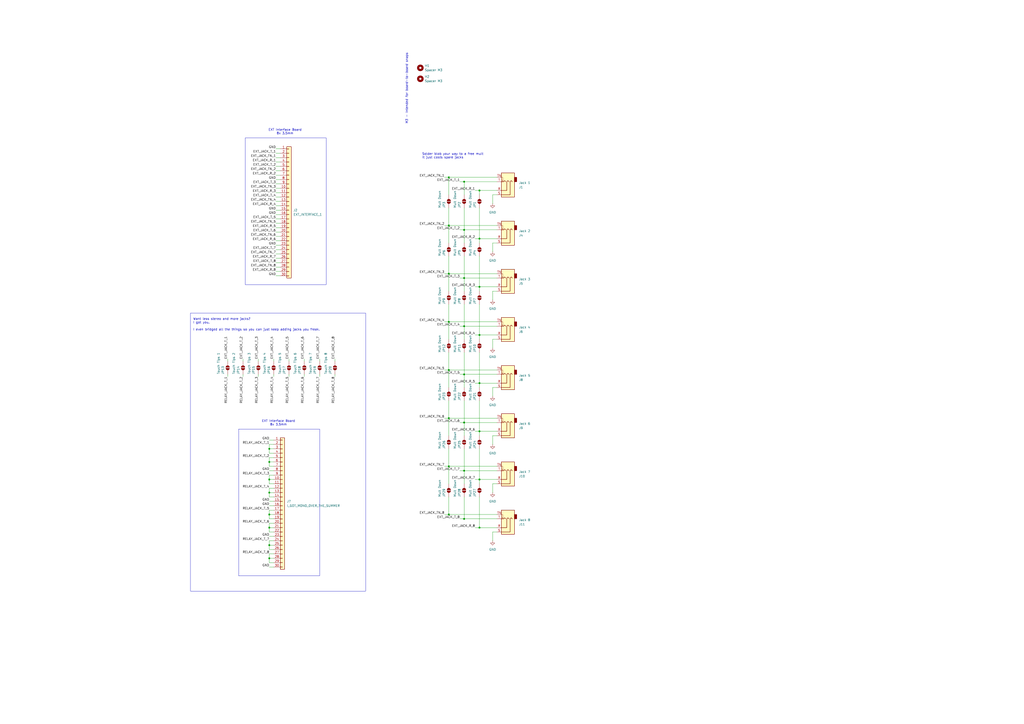
<source format=kicad_sch>
(kicad_sch (version 20231120) (generator "eeschema") (generator_version "8.0")
  (paper "A2")
  (title_block (title "Occasional Table") (rev "1.0") (company "velvia-fifty") (comment 1 "https://github.com/velvia-fifty/AudioThings") (comment 2 "What is it the rest of the time?") (comment 4 "Stay humble"))
  (lib_symbols
    (symbol "Connector_Audio:AudioJack3_SwitchT"
      (property "Reference" "J" (at 0 8.89 0))
      (property "Value" "AudioJack3_SwitchT" (at 0 6.35 0))
      (symbol "AudioJack3_SwitchT_0_1"
        (rectangle (start -5.08 -5.08) (end -6.35 -7.62) (stroke (width 0.254)) (fill (type outline)))
        (polyline (pts (xy 1.778 -5.334) (xy 2.032 -5.842)))
        (polyline (pts (xy 0 -5.08) (xy 0.635 -5.715) (xy 1.27 -5.08) (xy 2.54 -5.08)) (stroke (width 0.254)))
        (polyline (pts (xy 2.54 -7.62) (xy 1.778 -7.62) (xy 1.778 -5.334) (xy 1.524 -5.842)))
        (polyline (pts (xy -1.905 -5.08) (xy -1.27 -5.715) (xy -0.635 -5.08) (xy -0.635 0) (xy 2.54 0)) (stroke (width 0.254)))
        (polyline (pts (xy 2.54 2.54) (xy -2.54 2.54) (xy -2.54 -5.08) (xy -3.175 -5.715) (xy -3.81 -5.08)) (stroke (width 0.254)))
        (rectangle (start 2.54 3.81) (end -5.08 -10.16) (stroke (width 0.254)) (fill (type background)))
      )
      (symbol "AudioJack3_SwitchT_1_1"
        (pin passive line (at 5.08 0 180) (length 2.54) (name "~") (number "R"))
        (pin passive line (at 5.08 2.54 180) (length 2.54) (name "~") (number "S"))
        (pin passive line (at 5.08 -5.08 180) (length 2.54) (name "~") (number "T"))
        (pin passive line (at 5.08 -7.62 180) (length 2.54) (name "~") (number "TN"))
      )
    )
    (symbol "Connector_Generic:Conn_01x30" (pin_names (offset 1.016) hide)
      (property "Reference" "J" (at 0 38.1 0))
      (property "Value" "Conn_01x30" (at 0 -40.64 0))
      (symbol "Conn_01x30_1_1"
        (rectangle (start -1.27 -37.973) (end 0 -38.227) (stroke (width 0.1524)))
        (rectangle (start -1.27 -35.433) (end 0 -35.687) (stroke (width 0.1524)))
        (rectangle (start -1.27 -32.893) (end 0 -33.147) (stroke (width 0.1524)))
        (rectangle (start -1.27 -30.353) (end 0 -30.607) (stroke (width 0.1524)))
        (rectangle (start -1.27 -27.813) (end 0 -28.067) (stroke (width 0.1524)))
        (rectangle (start -1.27 -25.273) (end 0 -25.527) (stroke (width 0.1524)))
        (rectangle (start -1.27 -22.733) (end 0 -22.987) (stroke (width 0.1524)))
        (rectangle (start -1.27 -20.193) (end 0 -20.447) (stroke (width 0.1524)))
        (rectangle (start -1.27 -17.653) (end 0 -17.907) (stroke (width 0.1524)))
        (rectangle (start -1.27 -15.113) (end 0 -15.367) (stroke (width 0.1524)))
        (rectangle (start -1.27 -12.573) (end 0 -12.827) (stroke (width 0.1524)))
        (rectangle (start -1.27 -10.033) (end 0 -10.287) (stroke (width 0.1524)))
        (rectangle (start -1.27 -7.493) (end 0 -7.747) (stroke (width 0.1524)))
        (rectangle (start -1.27 -4.953) (end 0 -5.207) (stroke (width 0.1524)))
        (rectangle (start -1.27 -2.413) (end 0 -2.667) (stroke (width 0.1524)))
        (rectangle (start -1.27 0.127) (end 0 -0.127) (stroke (width 0.1524)))
        (rectangle (start -1.27 2.667) (end 0 2.413) (stroke (width 0.1524)))
        (rectangle (start -1.27 5.207) (end 0 4.953) (stroke (width 0.1524)))
        (rectangle (start -1.27 7.747) (end 0 7.493) (stroke (width 0.1524)))
        (rectangle (start -1.27 10.287) (end 0 10.033) (stroke (width 0.1524)))
        (rectangle (start -1.27 12.827) (end 0 12.573) (stroke (width 0.1524)))
        (rectangle (start -1.27 15.367) (end 0 15.113) (stroke (width 0.1524)))
        (rectangle (start -1.27 17.907) (end 0 17.653) (stroke (width 0.1524)))
        (rectangle (start -1.27 20.447) (end 0 20.193) (stroke (width 0.1524)))
        (rectangle (start -1.27 22.987) (end 0 22.733) (stroke (width 0.1524)))
        (rectangle (start -1.27 25.527) (end 0 25.273) (stroke (width 0.1524)))
        (rectangle (start -1.27 28.067) (end 0 27.813) (stroke (width 0.1524)))
        (rectangle (start -1.27 30.607) (end 0 30.353) (stroke (width 0.1524)))
        (rectangle (start -1.27 33.147) (end 0 32.893) (stroke (width 0.1524)))
        (rectangle (start -1.27 35.687) (end 0 35.433) (stroke (width 0.1524)))
        (rectangle (start -1.27 36.83) (end 1.27 -39.37) (stroke (width 0.254)) (fill (type background)))
        (pin passive line (at -5.08 35.56 0) (length 3.81) (name "Pin_1") (number "1"))
        (pin passive line (at -5.08 12.7 0) (length 3.81) (name "Pin_10") (number "10"))
        (pin passive line (at -5.08 10.16 0) (length 3.81) (name "Pin_11") (number "11"))
        (pin passive line (at -5.08 7.62 0) (length 3.81) (name "Pin_12") (number "12"))
        (pin passive line (at -5.08 5.08 0) (length 3.81) (name "Pin_13") (number "13"))
        (pin passive line (at -5.08 2.54 0) (length 3.81) (name "Pin_14") (number "14"))
        (pin passive line (at -5.08 0 0) (length 3.81) (name "Pin_15") (number "15"))
        (pin passive line (at -5.08 -2.54 0) (length 3.81) (name "Pin_16") (number "16"))
        (pin passive line (at -5.08 -5.08 0) (length 3.81) (name "Pin_17") (number "17"))
        (pin passive line (at -5.08 -7.62 0) (length 3.81) (name "Pin_18") (number "18"))
        (pin passive line (at -5.08 -10.16 0) (length 3.81) (name "Pin_19") (number "19"))
        (pin passive line (at -5.08 33.02 0) (length 3.81) (name "Pin_2") (number "2"))
        (pin passive line (at -5.08 -12.7 0) (length 3.81) (name "Pin_20") (number "20"))
        (pin passive line (at -5.08 -15.24 0) (length 3.81) (name "Pin_21") (number "21"))
        (pin passive line (at -5.08 -17.78 0) (length 3.81) (name "Pin_22") (number "22"))
        (pin passive line (at -5.08 -20.32 0) (length 3.81) (name "Pin_23") (number "23"))
        (pin passive line (at -5.08 -22.86 0) (length 3.81) (name "Pin_24") (number "24"))
        (pin passive line (at -5.08 -25.4 0) (length 3.81) (name "Pin_25") (number "25"))
        (pin passive line (at -5.08 -27.94 0) (length 3.81) (name "Pin_26") (number "26"))
        (pin passive line (at -5.08 -30.48 0) (length 3.81) (name "Pin_27") (number "27"))
        (pin passive line (at -5.08 -33.02 0) (length 3.81) (name "Pin_28") (number "28"))
        (pin passive line (at -5.08 -35.56 0) (length 3.81) (name "Pin_29") (number "29"))
        (pin passive line (at -5.08 30.48 0) (length 3.81) (name "Pin_3") (number "3"))
        (pin passive line (at -5.08 -38.1 0) (length 3.81) (name "Pin_30") (number "30"))
        (pin passive line (at -5.08 27.94 0) (length 3.81) (name "Pin_4") (number "4"))
        (pin passive line (at -5.08 25.4 0) (length 3.81) (name "Pin_5") (number "5"))
        (pin passive line (at -5.08 22.86 0) (length 3.81) (name "Pin_6") (number "6"))
        (pin passive line (at -5.08 20.32 0) (length 3.81) (name "Pin_7") (number "7"))
        (pin passive line (at -5.08 17.78 0) (length 3.81) (name "Pin_8") (number "8"))
        (pin passive line (at -5.08 15.24 0) (length 3.81) (name "Pin_9") (number "9"))
      )
    )
    (symbol "Jumper:SolderJumper_2_Open" (pin_numbers hide) (pin_names (offset 0) hide) (exclude_from_sim yes) (in_bom no)
      (property "Reference" "JP" (at 0 2.032 0))
      (property "Value" "SolderJumper_2_Open" (at 0 -2.54 0))
      (symbol "SolderJumper_2_Open_0_1"
        (arc (start -0.254 1.016) (mid -1.2656 0) (end -0.254 -1.016))
        (arc (start -0.254 1.016) (mid -1.2656 0) (end -0.254 -1.016) (fill (type outline)))
        (polyline (pts (xy -0.254 1.016) (xy -0.254 -1.016)))
        (polyline (pts (xy 0.254 1.016) (xy 0.254 -1.016)))
        (arc (start 0.254 -1.016) (mid 1.2656 0) (end 0.254 1.016))
        (arc (start 0.254 -1.016) (mid 1.2656 0) (end 0.254 1.016) (fill (type outline)))
      )
      (symbol "SolderJumper_2_Open_1_1"
        (pin passive line (at -3.81 0 0) (length 2.54) (name "A") (number "1"))
        (pin passive line (at 3.81 0 180) (length 2.54) (name "B") (number "2"))
      )
    )
    (symbol "Mechanical:MountingHole" (pin_names (offset 1.016)) (exclude_from_sim yes) (in_bom no)
      (property "Reference" "H" (at 0 5.08 0))
      (property "Value" "MountingHole" (at 0 3.175 0))
      (symbol "MountingHole_0_1"
        (circle (center 0 0) (radius 1.27) (stroke (width 1.27)))
      )
    )
    (symbol "power:GND" (power) (pin_numbers hide) (pin_names (offset 0) hide)
      (property "Value" "GND" (at 0 -3.81 0))
      (symbol "GND_0_1"
        (polyline (pts (xy 0 0) (xy 0 -1.27) (xy 1.27 -1.27) (xy 0 -2.54) (xy -1.27 -1.27) (xy 0 -1.27)))
      )
      (symbol "GND_1_1"
        (pin power_in line (at 0 0 270) (length 0) (name "~") (number "1"))
      )
    )
  )
  (junction (at 269.24 133.35))
  (junction (at 260.35 242.57))
  (junction (at 278.13 250.19))
  (junction (at 269.24 245.11))
  (junction (at 156.21 260.35))
  (junction (at 269.24 217.17))
  (junction (at 156.21 278.13))
  (junction (at 269.24 161.29))
  (junction (at 278.13 138.43))
  (junction (at 278.13 110.49))
  (junction (at 156.21 323.85))
  (junction (at 260.35 298.45))
  (junction (at 269.24 300.99))
  (junction (at 260.35 130.81))
  (junction (at 278.13 222.25))
  (junction (at 260.35 102.87))
  (junction (at 278.13 306.07))
  (junction (at 278.13 166.37))
  (junction (at 156.21 285.75))
  (junction (at 269.24 105.41))
  (junction (at 269.24 189.23))
  (junction (at 269.24 273.05))
  (junction (at 260.35 158.75))
  (junction (at 278.13 194.31))
  (junction (at 156.21 306.07))
  (junction (at 260.35 270.51))
  (junction (at 156.21 316.23))
  (junction (at 260.35 186.69))
  (junction (at 156.21 298.45))
  (junction (at 260.35 214.63))
  (junction (at 278.13 278.13))
  (junction (at 156.21 267.97))
  (wire (pts (xy 257.81 158.75) (xy 260.35 158.75)))
  (wire (pts (xy 162.56 104.14) (xy 160.02 104.14)))
  (wire (pts (xy 269.24 120.65) (xy 269.24 133.35)))
  (wire (pts (xy 260.35 214.63) (xy 288.29 214.63)))
  (wire (pts (xy 269.24 133.35) (xy 288.29 133.35)))
  (wire (pts (xy 257.81 270.51) (xy 260.35 270.51)))
  (wire (pts (xy 266.7 273.05) (xy 269.24 273.05)))
  (wire (pts (xy 176.53 208.28) (xy 176.53 209.55)))
  (wire (pts (xy 278.13 166.37) (xy 288.29 166.37)))
  (wire (pts (xy 266.7 300.99) (xy 269.24 300.99)))
  (wire (pts (xy 167.64 218.44) (xy 167.64 217.17)))
  (wire (pts (xy 269.24 245.11) (xy 269.24 252.73)))
  (wire (pts (xy 278.13 110.49) (xy 278.13 113.03)))
  (wire (pts (xy 158.75 267.97) (xy 156.21 267.97)))
  (wire (pts (xy 162.56 109.22) (xy 160.02 109.22)))
  (wire (pts (xy 260.35 260.35) (xy 260.35 270.51)))
  (wire (pts (xy 285.75 168.91) (xy 288.29 168.91)))
  (wire (pts (xy 278.13 166.37) (xy 278.13 168.91)))
  (wire (pts (xy 162.56 86.36) (xy 160.02 86.36)))
  (wire (pts (xy 156.21 265.43) (xy 156.21 267.97)))
  (wire (pts (xy 162.56 132.08) (xy 160.02 132.08)))
  (wire (pts (xy 162.56 149.86) (xy 160.02 149.86)))
  (wire (pts (xy 266.7 133.35) (xy 269.24 133.35)))
  (wire (pts (xy 158.75 323.85) (xy 156.21 323.85)))
  (wire (pts (xy 158.75 270.51) (xy 156.21 270.51)))
  (wire (pts (xy 158.75 326.39) (xy 156.21 326.39)))
  (wire (pts (xy 278.13 278.13) (xy 288.29 278.13)))
  (wire (pts (xy 257.81 186.69) (xy 260.35 186.69)))
  (wire (pts (xy 260.35 214.63) (xy 260.35 224.79)))
  (wire (pts (xy 269.24 273.05) (xy 269.24 280.67)))
  (wire (pts (xy 260.35 232.41) (xy 260.35 242.57)))
  (wire (pts (xy 158.75 285.75) (xy 156.21 285.75)))
  (wire (pts (xy 162.56 96.52) (xy 160.02 96.52)))
  (wire (pts (xy 278.13 222.25) (xy 288.29 222.25)))
  (wire (pts (xy 162.56 93.98) (xy 160.02 93.98)))
  (wire (pts (xy 156.21 321.31) (xy 156.21 323.85)))
  (wire (pts (xy 162.56 101.6) (xy 160.02 101.6)))
  (wire (pts (xy 278.13 138.43) (xy 288.29 138.43)))
  (wire (pts (xy 275.59 138.43) (xy 278.13 138.43)))
  (wire (pts (xy 162.56 111.76) (xy 160.02 111.76)))
  (wire (pts (xy 156.21 260.35) (xy 156.21 262.89)))
  (wire (pts (xy 260.35 158.75) (xy 288.29 158.75)))
  (wire (pts (xy 285.75 113.03) (xy 288.29 113.03)))
  (wire (pts (xy 269.24 288.29) (xy 269.24 300.99)))
  (wire (pts (xy 266.7 245.11) (xy 269.24 245.11)))
  (wire (pts (xy 285.75 229.87) (xy 285.75 224.79)))
  (wire (pts (xy 158.75 257.81) (xy 156.21 257.81)))
  (wire (pts (xy 260.35 120.65) (xy 260.35 130.81)))
  (wire (pts (xy 260.35 204.47) (xy 260.35 214.63)))
  (wire (pts (xy 269.24 189.23) (xy 269.24 196.85)))
  (wire (pts (xy 156.21 267.97) (xy 156.21 270.51)))
  (wire (pts (xy 156.21 257.81) (xy 156.21 260.35)))
  (wire (pts (xy 285.75 285.75) (xy 285.75 280.67)))
  (wire (pts (xy 158.75 280.67) (xy 156.21 280.67)))
  (wire (pts (xy 278.13 204.47) (xy 278.13 222.25)))
  (wire (pts (xy 269.24 133.35) (xy 269.24 140.97)))
  (wire (pts (xy 158.75 318.77) (xy 156.21 318.77)))
  (wire (pts (xy 260.35 148.59) (xy 260.35 158.75)))
  (wire (pts (xy 285.75 196.85) (xy 288.29 196.85)))
  (wire (pts (xy 260.35 270.51) (xy 288.29 270.51)))
  (wire (pts (xy 162.56 119.38) (xy 160.02 119.38)))
  (wire (pts (xy 266.7 217.17) (xy 269.24 217.17)))
  (wire (pts (xy 278.13 138.43) (xy 278.13 140.97)))
  (wire (pts (xy 269.24 161.29) (xy 288.29 161.29)))
  (wire (pts (xy 158.75 308.61) (xy 156.21 308.61)))
  (wire (pts (xy 162.56 147.32) (xy 160.02 147.32)))
  (wire (pts (xy 275.59 110.49) (xy 278.13 110.49)))
  (wire (pts (xy 158.75 290.83) (xy 156.21 290.83)))
  (wire (pts (xy 260.35 242.57) (xy 288.29 242.57)))
  (wire (pts (xy 162.56 160.02) (xy 160.02 160.02)))
  (wire (pts (xy 278.13 222.25) (xy 278.13 224.79)))
  (wire (pts (xy 156.21 283.21) (xy 156.21 285.75)))
  (wire (pts (xy 158.75 260.35) (xy 156.21 260.35)))
  (wire (pts (xy 158.75 273.05) (xy 156.21 273.05)))
  (wire (pts (xy 269.24 245.11) (xy 288.29 245.11)))
  (wire (pts (xy 194.31 218.44) (xy 194.31 217.17)))
  (wire (pts (xy 162.56 127) (xy 160.02 127)))
  (wire (pts (xy 162.56 144.78) (xy 160.02 144.78)))
  (wire (pts (xy 162.56 114.3) (xy 160.02 114.3)))
  (wire (pts (xy 158.75 311.15) (xy 156.21 311.15)))
  (wire (pts (xy 269.24 105.41) (xy 288.29 105.41)))
  (wire (pts (xy 269.24 300.99) (xy 288.29 300.99)))
  (wire (pts (xy 269.24 105.41) (xy 269.24 113.03)))
  (wire (pts (xy 260.35 102.87) (xy 288.29 102.87)))
  (wire (pts (xy 285.75 280.67) (xy 288.29 280.67)))
  (wire (pts (xy 158.75 298.45) (xy 156.21 298.45)))
  (wire (pts (xy 266.7 105.41) (xy 269.24 105.41)))
  (wire (pts (xy 158.75 265.43) (xy 156.21 265.43)))
  (wire (pts (xy 167.64 208.28) (xy 167.64 209.55)))
  (wire (pts (xy 185.42 208.28) (xy 185.42 209.55)))
  (wire (pts (xy 275.59 250.19) (xy 278.13 250.19)))
  (wire (pts (xy 269.24 148.59) (xy 269.24 161.29)))
  (wire (pts (xy 278.13 288.29) (xy 278.13 306.07)))
  (wire (pts (xy 158.75 306.07) (xy 156.21 306.07)))
  (wire (pts (xy 285.75 257.81) (xy 285.75 252.73)))
  (wire (pts (xy 285.75 146.05) (xy 285.75 140.97)))
  (wire (pts (xy 275.59 194.31) (xy 278.13 194.31)))
  (wire (pts (xy 162.56 88.9) (xy 160.02 88.9)))
  (wire (pts (xy 278.13 110.49) (xy 288.29 110.49)))
  (wire (pts (xy 269.24 161.29) (xy 269.24 168.91)))
  (wire (pts (xy 162.56 139.7) (xy 160.02 139.7)))
  (wire (pts (xy 285.75 252.73) (xy 288.29 252.73)))
  (wire (pts (xy 260.35 270.51) (xy 260.35 280.67)))
  (wire (pts (xy 156.21 303.53) (xy 156.21 306.07)))
  (wire (pts (xy 140.97 218.44) (xy 140.97 217.17)))
  (wire (pts (xy 162.56 142.24) (xy 160.02 142.24)))
  (wire (pts (xy 278.13 306.07) (xy 288.29 306.07)))
  (wire (pts (xy 278.13 194.31) (xy 288.29 194.31)))
  (wire (pts (xy 158.75 275.59) (xy 156.21 275.59)))
  (wire (pts (xy 176.53 218.44) (xy 176.53 217.17)))
  (wire (pts (xy 285.75 201.93) (xy 285.75 196.85)))
  (wire (pts (xy 266.7 161.29) (xy 269.24 161.29)))
  (wire (pts (xy 149.86 218.44) (xy 149.86 217.17)))
  (wire (pts (xy 156.21 275.59) (xy 156.21 278.13)))
  (wire (pts (xy 158.75 300.99) (xy 156.21 300.99)))
  (wire (pts (xy 156.21 306.07) (xy 156.21 308.61)))
  (wire (pts (xy 162.56 106.68) (xy 160.02 106.68)))
  (wire (pts (xy 158.75 316.23) (xy 156.21 316.23)))
  (wire (pts (xy 156.21 298.45) (xy 156.21 300.99)))
  (wire (pts (xy 278.13 250.19) (xy 278.13 252.73)))
  (wire (pts (xy 149.86 208.28) (xy 149.86 209.55)))
  (wire (pts (xy 269.24 189.23) (xy 288.29 189.23)))
  (wire (pts (xy 158.75 321.31) (xy 156.21 321.31)))
  (wire (pts (xy 162.56 157.48) (xy 160.02 157.48)))
  (wire (pts (xy 156.21 285.75) (xy 156.21 288.29)))
  (wire (pts (xy 278.13 148.59) (xy 278.13 166.37)))
  (wire (pts (xy 285.75 140.97) (xy 288.29 140.97)))
  (wire (pts (xy 158.75 288.29) (xy 156.21 288.29)))
  (wire (pts (xy 257.81 102.87) (xy 260.35 102.87)))
  (wire (pts (xy 156.21 278.13) (xy 156.21 280.67)))
  (wire (pts (xy 285.75 313.69) (xy 285.75 308.61)))
  (wire (pts (xy 158.75 283.21) (xy 156.21 283.21)))
  (wire (pts (xy 132.08 208.28) (xy 132.08 209.55)))
  (wire (pts (xy 185.42 218.44) (xy 185.42 217.17)))
  (wire (pts (xy 269.24 273.05) (xy 288.29 273.05)))
  (wire (pts (xy 260.35 102.87) (xy 260.35 113.03)))
  (wire (pts (xy 260.35 186.69) (xy 260.35 196.85)))
  (wire (pts (xy 260.35 186.69) (xy 288.29 186.69)))
  (wire (pts (xy 269.24 217.17) (xy 288.29 217.17)))
  (wire (pts (xy 158.75 293.37) (xy 156.21 293.37)))
  (wire (pts (xy 260.35 130.81) (xy 260.35 140.97)))
  (wire (pts (xy 257.81 242.57) (xy 260.35 242.57)))
  (wire (pts (xy 158.75 218.44) (xy 158.75 217.17)))
  (wire (pts (xy 278.13 176.53) (xy 278.13 194.31)))
  (wire (pts (xy 158.75 313.69) (xy 156.21 313.69)))
  (wire (pts (xy 260.35 176.53) (xy 260.35 186.69)))
  (wire (pts (xy 158.75 303.53) (xy 156.21 303.53)))
  (wire (pts (xy 194.31 208.28) (xy 194.31 209.55)))
  (wire (pts (xy 162.56 99.06) (xy 160.02 99.06)))
  (wire (pts (xy 275.59 166.37) (xy 278.13 166.37)))
  (wire (pts (xy 162.56 134.62) (xy 160.02 134.62)))
  (wire (pts (xy 275.59 278.13) (xy 278.13 278.13)))
  (wire (pts (xy 278.13 120.65) (xy 278.13 138.43)))
  (wire (pts (xy 285.75 224.79) (xy 288.29 224.79)))
  (wire (pts (xy 257.81 298.45) (xy 260.35 298.45)))
  (wire (pts (xy 260.35 288.29) (xy 260.35 298.45)))
  (wire (pts (xy 285.75 173.99) (xy 285.75 168.91)))
  (wire (pts (xy 162.56 116.84) (xy 160.02 116.84)))
  (wire (pts (xy 140.97 208.28) (xy 140.97 209.55)))
  (wire (pts (xy 260.35 298.45) (xy 288.29 298.45)))
  (wire (pts (xy 275.59 306.07) (xy 278.13 306.07)))
  (wire (pts (xy 162.56 152.4) (xy 160.02 152.4)))
  (wire (pts (xy 278.13 194.31) (xy 278.13 196.85)))
  (wire (pts (xy 162.56 124.46) (xy 160.02 124.46)))
  (wire (pts (xy 156.21 313.69) (xy 156.21 316.23)))
  (wire (pts (xy 158.75 278.13) (xy 156.21 278.13)))
  (wire (pts (xy 156.21 316.23) (xy 156.21 318.77)))
  (wire (pts (xy 269.24 232.41) (xy 269.24 245.11)))
  (wire (pts (xy 278.13 250.19) (xy 288.29 250.19)))
  (wire (pts (xy 266.7 189.23) (xy 269.24 189.23)))
  (wire (pts (xy 278.13 278.13) (xy 278.13 280.67)))
  (wire (pts (xy 257.81 130.81) (xy 260.35 130.81)))
  (wire (pts (xy 158.75 255.27) (xy 156.21 255.27)))
  (wire (pts (xy 260.35 242.57) (xy 260.35 252.73)))
  (wire (pts (xy 162.56 129.54) (xy 160.02 129.54)))
  (wire (pts (xy 132.08 218.44) (xy 132.08 217.17)))
  (wire (pts (xy 278.13 232.41) (xy 278.13 250.19)))
  (wire (pts (xy 269.24 260.35) (xy 269.24 273.05)))
  (wire (pts (xy 269.24 217.17) (xy 269.24 224.79)))
  (wire (pts (xy 275.59 222.25) (xy 278.13 222.25)))
  (wire (pts (xy 285.75 118.11) (xy 285.75 113.03)))
  (wire (pts (xy 260.35 158.75) (xy 260.35 168.91)))
  (wire (pts (xy 162.56 91.44) (xy 160.02 91.44)))
  (wire (pts (xy 162.56 121.92) (xy 160.02 121.92)))
  (wire (pts (xy 269.24 176.53) (xy 269.24 189.23)))
  (wire (pts (xy 158.75 208.28) (xy 158.75 209.55)))
  (wire (pts (xy 162.56 154.94) (xy 160.02 154.94)))
  (wire (pts (xy 156.21 295.91) (xy 156.21 298.45)))
  (wire (pts (xy 156.21 323.85) (xy 156.21 326.39)))
  (wire (pts (xy 260.35 130.81) (xy 288.29 130.81)))
  (wire (pts (xy 158.75 262.89) (xy 156.21 262.89)))
  (wire (pts (xy 278.13 260.35) (xy 278.13 278.13)))
  (wire (pts (xy 257.81 214.63) (xy 260.35 214.63)))
  (wire (pts (xy 162.56 137.16) (xy 160.02 137.16)))
  (wire (pts (xy 158.75 328.93) (xy 156.21 328.93)))
  (wire (pts (xy 158.75 295.91) (xy 156.21 295.91)))
  (wire (pts (xy 269.24 204.47) (xy 269.24 217.17)))
  (wire (pts (xy 285.75 308.61) (xy 288.29 308.61)))
  (rectangle (start 110.49 181.61) (end 212.09 342.9))
  (rectangle (start 142.24 80.01) (end 189.23 165.1))
  (rectangle (start 138.43 248.92) (end 185.42 334.01))
  (text "EXT Interface Board\n8x 3.5mm" (at 165.354 76.454 0) (effects (font (size 1.27 1.27))))
  (text "Want less stereo and more jacks?\nI got you.\n\nI even bridged all the things so you can just keep adding jacks you freak." (at 112.014 188.214 0) (effects (font (size 1.27 1.27)) (justify left)))
  (text "M3 - Intended for board-to-board snaps" (at 235.966 51.308 90) (effects (font (size 1.27 1.27) (italic yes))))
  (text "EXT Interface Board\n8x 3.5mm" (at 161.544 245.364 0) (effects (font (size 1.27 1.27))))
  (text "Solder blob your way to a free mult\nIt just costs spare jacks" (at 244.856 90.424 0) (effects (font (size 1.27 1.27)) (justify left)))
  (label "EXT_JACK_TN_5" (at 160.02 129.54 180))
  (label "EXT_JACK_R_4" (at 275.59 194.31 180))
  (label "EXT_JACK_R_8" (at 275.59 306.07 180))
  (label "EXT_JACK_T_8" (at 266.7 300.99 180))
  (label "EXT_JACK_T_5" (at 266.7 217.17 180))
  (label "EXT_JACK_T_2" (at 266.7 133.35 180))
  (label "EXT_JACK_TN_1" (at 257.81 102.87 180))
  (label "EXT_JACK_R_4" (at 160.02 119.38 180))
  (label "EXT_JACK_TN_1" (at 160.02 91.44 180))
  (label "EXT_JACK_TN_3" (at 257.81 158.75 180))
  (label "GND" (at 156.21 328.93 180))
  (label "GND" (at 156.21 311.15 180))
  (label "EXT_JACK_T_3" (at 149.86 208.28 90))
  (label "RELAY_JACK_T_8" (at 194.31 218.44 270))
  (label "GND" (at 160.02 86.36 180))
  (label "GND" (at 160.02 104.14 180))
  (label "RELAY_JACK_T_3" (at 156.21 275.59 180))
  (label "RELAY_JACK_T_5" (at 167.64 218.44 270))
  (label "EXT_JACK_TN_6" (at 257.81 242.57 180))
  (label "EXT_JACK_T_4" (at 160.02 114.3 180))
  (label "EXT_JACK_TN_6" (at 160.02 137.16 180))
  (label "GND" (at 160.02 121.92 180))
  (label "EXT_JACK_TN_3" (at 160.02 109.22 180))
  (label "GND" (at 156.21 255.27 180))
  (label "EXT_JACK_TN_4" (at 160.02 116.84 180))
  (label "EXT_JACK_R_3" (at 160.02 111.76 180))
  (label "EXT_JACK_T_5" (at 167.64 208.28 90))
  (label "EXT_JACK_T_5" (at 160.02 127 180))
  (label "EXT_JACK_T_7" (at 185.42 208.28 90))
  (label "RELAY_JACK_T_5" (at 156.21 295.91 180))
  (label "EXT_JACK_T_7" (at 266.7 273.05 180))
  (label "RELAY_JACK_T_7" (at 185.42 218.44 270))
  (label "EXT_JACK_T_1" (at 266.7 105.41 180))
  (label "GND" (at 160.02 142.24 180))
  (label "RELAY_JACK_T_7" (at 156.21 313.69 180))
  (label "EXT_JACK_T_1" (at 160.02 88.9 180))
  (label "EXT_JACK_R_5" (at 275.59 222.25 180))
  (label "GND" (at 156.21 293.37 180))
  (label "RELAY_JACK_T_2" (at 140.97 218.44 270))
  (label "EXT_JACK_TN_2" (at 257.81 130.81 180))
  (label "RELAY_JACK_T_1" (at 156.21 257.81 180))
  (label "EXT_JACK_TN_4" (at 257.81 186.69 180))
  (label "EXT_JACK_R_6" (at 275.59 250.19 180))
  (label "EXT_JACK_T_8" (at 194.31 208.28 90))
  (label "GND" (at 160.02 124.46 180))
  (label "RELAY_JACK_T_6" (at 176.53 218.44 270))
  (label "EXT_JACK_R_2" (at 160.02 101.6 180))
  (label "EXT_JACK_TN_2" (at 160.02 99.06 180))
  (label "RELAY_JACK_T_4" (at 156.21 283.21 180))
  (label "EXT_JACK_TN_8" (at 160.02 154.94 180))
  (label "RELAY_JACK_T_4" (at 158.75 218.44 270))
  (label "GND" (at 156.21 290.83 180))
  (label "EXT_JACK_R_3" (at 275.59 166.37 180))
  (label "EXT_JACK_R_7" (at 275.59 278.13 180))
  (label "RELAY_JACK_T_6" (at 156.21 303.53 180))
  (label "EXT_JACK_R_1" (at 160.02 93.98 180))
  (label "EXT_JACK_T_7" (at 160.02 144.78 180))
  (label "EXT_JACK_T_6" (at 176.53 208.28 90))
  (label "RELAY_JACK_T_8" (at 156.21 321.31 180))
  (label "EXT_JACK_T_2" (at 160.02 96.52 180))
  (label "EXT_JACK_TN_7" (at 160.02 147.32 180))
  (label "EXT_JACK_T_6" (at 266.7 245.11 180))
  (label "RELAY_JACK_T_3" (at 149.86 218.44 270))
  (label "EXT_JACK_T_2" (at 140.97 208.28 90))
  (label "EXT_JACK_TN_5" (at 257.81 214.63 180))
  (label "EXT_JACK_T_4" (at 266.7 189.23 180))
  (label "EXT_JACK_R_1" (at 275.59 110.49 180))
  (label "EXT_JACK_R_8" (at 160.02 157.48 180))
  (label "EXT_JACK_T_1" (at 132.08 208.28 90))
  (label "RELAY_JACK_T_1" (at 132.08 218.44 270))
  (label "EXT_JACK_T_3" (at 266.7 161.29 180))
  (label "GND" (at 160.02 160.02 180))
  (label "RELAY_JACK_T_2" (at 156.21 265.43 180))
  (label "GND" (at 156.21 273.05 180))
  (label "EXT_JACK_R_7" (at 160.02 149.86 180))
  (label "EXT_JACK_R_2" (at 275.59 138.43 180))
  (label "EXT_JACK_T_3" (at 160.02 106.68 180))
  (label "EXT_JACK_TN_7" (at 257.81 270.51 180))
  (label "EXT_JACK_T_4" (at 158.75 208.28 90))
  (label "EXT_JACK_T_8" (at 160.02 152.4 180))
  (label "EXT_JACK_R_5" (at 160.02 132.08 180))
  (label "EXT_JACK_R_6" (at 160.02 139.7 180))
  (label "EXT_JACK_T_6" (at 160.02 134.62 180))
  (label "EXT_JACK_TN_8" (at 257.81 298.45 180))
  (symbol (lib_id "Jumper:SolderJumper_2_Open") (at 260.35 284.48 90) (mirror x) (unit 1) (exclude_from_sim yes) (in_bom no)
    (property "Reference" "JP29" (at 257.556 288.29 0) (effects (justify right)))
    (property "Value" "Mult Down" (at 255.016 288.29 0) (effects (justify right)))
    (property "Footprint" "Jumper:SolderJumper-2_P1.3mm_Open_TrianglePad1.0x1.5mm" (effects (hide yes)))
    (property "Description" "Solder Jumper, 2-pole, open" (effects (hide yes)))
  )
  (symbol (lib_id "Jumper:SolderJumper_2_Open") (at 269.24 172.72 90) (mirror x) (unit 1) (exclude_from_sim yes) (in_bom no)
    (property "Reference" "JP8" (at 266.446 176.53 0) (effects (justify right)))
    (property "Value" "Mult Down" (at 263.906 176.53 0) (effects (justify right)))
    (property "Footprint" "Jumper:SolderJumper-2_P1.3mm_Open_TrianglePad1.0x1.5mm" (effects (hide yes)))
    (property "Description" "Solder Jumper, 2-pole, open" (effects (hide yes)))
  )
  (symbol (lib_id "Jumper:SolderJumper_2_Open") (at 260.35 144.78 90) (mirror x) (unit 1) (exclude_from_sim yes) (in_bom no)
    (property "Reference" "JP6" (at 257.556 148.59 0) (effects (justify right)))
    (property "Value" "Mult Down" (at 255.016 148.59 0) (effects (justify right)))
    (property "Footprint" "Jumper:SolderJumper-2_P1.3mm_Open_TrianglePad1.0x1.5mm" (effects (hide yes)))
    (property "Description" "Solder Jumper, 2-pole, open" (effects (hide yes)))
  )
  (symbol (lib_id "power:GND") (at 285.75 173.99 0) (mirror y) (unit 1)
    (property "Reference" "#PWR04" (effects (hide yes)))
    (property "Value" "GND" (at 285.75 179.07 0))
    (property "Description" "Power symbol creates a global label with name \"GND\" , ground" (effects (hide yes)))
  )
  (symbol (lib_id "Jumper:SolderJumper_2_Open") (at 278.13 284.48 90) (mirror x) (unit 1) (exclude_from_sim yes) (in_bom no)
    (property "Reference" "JP27" (at 275.336 288.29 0) (effects (justify right)))
    (property "Value" "Mult Down" (at 272.796 288.29 0) (effects (justify right)))
    (property "Footprint" "Jumper:SolderJumper-2_P1.3mm_Open_TrianglePad1.0x1.5mm" (effects (hide yes)))
    (property "Description" "Solder Jumper, 2-pole, open" (effects (hide yes)))
  )
  (symbol (lib_id "Jumper:SolderJumper_2_Open") (at 278.13 144.78 90) (mirror x) (unit 1) (exclude_from_sim yes) (in_bom no)
    (property "Reference" "JP4" (at 275.336 148.59 0) (effects (justify right)))
    (property "Value" "Mult Down" (at 272.796 148.59 0) (effects (justify right)))
    (property "Footprint" "Jumper:SolderJumper-2_P1.3mm_Open_TrianglePad1.0x1.5mm" (effects (hide yes)))
    (property "Description" "Solder Jumper, 2-pole, open" (effects (hide yes)))
  )
  (symbol (lib_id "power:GND") (at 285.75 313.69 0) (mirror y) (unit 1)
    (property "Reference" "#PWR09" (effects (hide yes)))
    (property "Value" "GND" (at 285.75 318.77 0))
    (property "Description" "Power symbol creates a global label with name \"GND\" , ground" (effects (hide yes)))
  )
  (symbol (lib_id "Jumper:SolderJumper_2_Open") (at 278.13 172.72 90) (mirror x) (unit 1) (exclude_from_sim yes) (in_bom no)
    (property "Reference" "JP7" (at 275.336 176.53 0) (effects (justify right)))
    (property "Value" "Mult Down" (at 272.796 176.53 0) (effects (justify right)))
    (property "Footprint" "Jumper:SolderJumper-2_P1.3mm_Open_TrianglePad1.0x1.5mm" (effects (hide yes)))
    (property "Description" "Solder Jumper, 2-pole, open" (effects (hide yes)))
  )
  (symbol (lib_id "Jumper:SolderJumper_2_Open") (at 260.35 116.84 90) (mirror x) (unit 1) (exclude_from_sim yes) (in_bom no)
    (property "Reference" "JP3" (at 257.556 120.65 0) (effects (justify right)))
    (property "Value" "Mult Down" (at 255.016 120.65 0) (effects (justify right)))
    (property "Footprint" "Jumper:SolderJumper-2_P1.3mm_Open_TrianglePad1.0x1.5mm" (effects (hide yes)))
    (property "Description" "Solder Jumper, 2-pole, open" (effects (hide yes)))
  )
  (symbol (lib_id "power:GND") (at 285.75 146.05 0) (mirror y) (unit 1)
    (property "Reference" "#PWR03" (effects (hide yes)))
    (property "Value" "GND" (at 285.75 151.13 0))
    (property "Description" "Power symbol creates a global label with name \"GND\" , ground" (effects (hide yes)))
  )
  (symbol (lib_id "Jumper:SolderJumper_2_Open") (at 278.13 116.84 90) (mirror x) (unit 1) (exclude_from_sim yes) (in_bom no)
    (property "Reference" "JP1" (at 275.336 120.65 0) (effects (justify right)))
    (property "Value" "Mult Down" (at 272.796 120.65 0) (effects (justify right)))
    (property "Footprint" "Jumper:SolderJumper-2_P1.3mm_Open_TrianglePad1.0x1.5mm" (effects (hide yes)))
    (property "Description" "Solder Jumper, 2-pole, open" (effects (hide yes)))
  )
  (symbol (lib_id "Jumper:SolderJumper_2_Open") (at 132.08 213.36 90) (mirror x) (unit 1) (exclude_from_sim yes) (in_bom no)
    (property "Reference" "JP13" (at 129.286 217.17 0) (effects (justify right)))
    (property "Value" "Touch Tips 1" (at 126.746 217.17 0) (effects (justify right)))
    (property "Footprint" "Jumper:SolderJumper-2_P1.3mm_Open_TrianglePad1.0x1.5mm" (effects (hide yes)))
    (property "Description" "Solder Jumper, 2-pole, open" (effects (hide yes)))
  )
  (symbol (lib_id "Connector_Audio:AudioJack3_SwitchT") (at 293.37 110.49 180) (unit 1)
    (property "Reference" "J1" (at 300.99 108.5851 0) (effects (justify right)))
    (property "Value" "Jack 1" (at 300.99 106.0451 0) (effects (justify right)))
    (property "Footprint" "Connector_Audio:Jack_3.5mm_CUI_SJ-3524-SMT_Horizontal" (effects (hide yes)))
    (property "Description" "Audio Jack, 3 Poles (Stereo / TRS), Switched T Pole (Normalling)" (effects (hide yes)))
  )
  (symbol (lib_id "Jumper:SolderJumper_2_Open") (at 149.86 213.36 90) (mirror x) (unit 1) (exclude_from_sim yes) (in_bom no)
    (property "Reference" "JP15" (at 147.066 217.17 0) (effects (justify right)))
    (property "Value" "Touch Tips 3" (at 144.526 217.17 0) (effects (justify right)))
    (property "Footprint" "Jumper:SolderJumper-2_P1.3mm_Open_TrianglePad1.0x1.5mm" (effects (hide yes)))
    (property "Description" "Solder Jumper, 2-pole, open" (effects (hide yes)))
  )
  (symbol (lib_id "Connector_Audio:AudioJack3_SwitchT") (at 293.37 194.31 180) (unit 1)
    (property "Reference" "J6" (at 300.99 192.4051 0) (effects (justify right)))
    (property "Value" "Jack 4" (at 300.99 189.8651 0) (effects (justify right)))
    (property "Footprint" "Connector_Audio:Jack_3.5mm_CUI_SJ-3524-SMT_Horizontal" (effects (hide yes)))
    (property "Description" "Audio Jack, 3 Poles (Stereo / TRS), Switched T Pole (Normalling)" (effects (hide yes)))
  )
  (symbol (lib_id "Connector_Audio:AudioJack3_SwitchT") (at 293.37 250.19 180) (unit 1)
    (property "Reference" "J9" (at 300.99 248.2851 0) (effects (justify right)))
    (property "Value" "Jack 6" (at 300.99 245.7451 0) (effects (justify right)))
    (property "Footprint" "Connector_Audio:Jack_3.5mm_CUI_SJ-3524-SMT_Horizontal" (effects (hide yes)))
    (property "Description" "Audio Jack, 3 Poles (Stereo / TRS), Switched T Pole (Normalling)" (effects (hide yes)))
  )
  (symbol (lib_id "Jumper:SolderJumper_2_Open") (at 167.64 213.36 90) (mirror x) (unit 1) (exclude_from_sim yes) (in_bom no)
    (property "Reference" "JP17" (at 164.846 217.17 0) (effects (justify right)))
    (property "Value" "Touch Tips 5" (at 162.306 217.17 0) (effects (justify right)))
    (property "Footprint" "Jumper:SolderJumper-2_P1.3mm_Open_TrianglePad1.0x1.5mm" (effects (hide yes)))
    (property "Description" "Solder Jumper, 2-pole, open" (effects (hide yes)))
  )
  (symbol (lib_id "Connector_Audio:AudioJack3_SwitchT") (at 293.37 166.37 180) (unit 1)
    (property "Reference" "J5" (at 300.99 164.4651 0) (effects (justify right)))
    (property "Value" "Jack 3" (at 300.99 161.9251 0) (effects (justify right)))
    (property "Footprint" "Connector_Audio:Jack_3.5mm_CUI_SJ-3524-SMT_Horizontal" (effects (hide yes)))
    (property "Description" "Audio Jack, 3 Poles (Stereo / TRS), Switched T Pole (Normalling)" (effects (hide yes)))
  )
  (symbol (lib_id "Connector_Audio:AudioJack3_SwitchT") (at 293.37 278.13 180) (unit 1)
    (property "Reference" "J10" (at 300.99 276.2251 0) (effects (justify right)))
    (property "Value" "Jack 7" (at 300.99 273.6851 0) (effects (justify right)))
    (property "Footprint" "Connector_Audio:Jack_3.5mm_CUI_SJ-3524-SMT_Horizontal" (effects (hide yes)))
    (property "Description" "Audio Jack, 3 Poles (Stereo / TRS), Switched T Pole (Normalling)" (effects (hide yes)))
  )
  (symbol (lib_id "Jumper:SolderJumper_2_Open") (at 278.13 256.54 90) (mirror x) (unit 1) (exclude_from_sim yes) (in_bom no)
    (property "Reference" "JP24" (at 275.336 260.35 0) (effects (justify right)))
    (property "Value" "Mult Down" (at 272.796 260.35 0) (effects (justify right)))
    (property "Footprint" "Jumper:SolderJumper-2_P1.3mm_Open_TrianglePad1.0x1.5mm" (effects (hide yes)))
    (property "Description" "Solder Jumper, 2-pole, open" (effects (hide yes)))
  )
  (symbol (lib_id "Connector_Generic:Conn_01x30") (at 163.83 290.83 0) (unit 1)
    (property "Reference" "J7" (at 166.37 290.8299 0) (effects (justify left)))
    (property "Value" "I_GOT_MONO_OVER_THE_SUMMER" (at 166.37 293.3699 0) (effects (justify left)))
    (property "Footprint" "AT-Footprints:AMPHENOL_SFV30R-4STE1HLF - FFC - 30 RA" (effects (hide yes)))
    (property "Description" "Generic connector, single row, 01x30, script generated (kicad-library-utils/schlib/autogen/connector/)" (effects (hide yes)))
  )
  (symbol (lib_id "power:GND") (at 285.75 229.87 0) (mirror y) (unit 1)
    (property "Reference" "#PWR06" (effects (hide yes)))
    (property "Value" "GND" (at 285.75 234.95 0))
    (property "Description" "Power symbol creates a global label with name \"GND\" , ground" (effects (hide yes)))
  )
  (symbol (lib_id "Jumper:SolderJumper_2_Open") (at 260.35 172.72 90) (mirror x) (unit 1) (exclude_from_sim yes) (in_bom no)
    (property "Reference" "JP9" (at 257.556 176.53 0) (effects (justify right)))
    (property "Value" "Mult Down" (at 255.016 176.53 0) (effects (justify right)))
    (property "Footprint" "Jumper:SolderJumper-2_P1.3mm_Open_TrianglePad1.0x1.5mm" (effects (hide yes)))
    (property "Description" "Solder Jumper, 2-pole, open" (effects (hide yes)))
  )
  (symbol (lib_id "Jumper:SolderJumper_2_Open") (at 269.24 200.66 90) (mirror x) (unit 1) (exclude_from_sim yes) (in_bom no)
    (property "Reference" "JP11" (at 266.446 204.47 0) (effects (justify right)))
    (property "Value" "Mult Down" (at 263.906 204.47 0) (effects (justify right)))
    (property "Footprint" "Jumper:SolderJumper-2_P1.3mm_Open_TrianglePad1.0x1.5mm" (effects (hide yes)))
    (property "Description" "Solder Jumper, 2-pole, open" (effects (hide yes)))
  )
  (symbol (lib_id "Connector_Audio:AudioJack3_SwitchT") (at 293.37 306.07 180) (unit 1)
    (property "Reference" "J11" (at 300.99 304.1651 0) (effects (justify right)))
    (property "Value" "Jack 8" (at 300.99 301.6251 0) (effects (justify right)))
    (property "Footprint" "Connector_Audio:Jack_3.5mm_CUI_SJ-3524-SMT_Horizontal" (effects (hide yes)))
    (property "Description" "Audio Jack, 3 Poles (Stereo / TRS), Switched T Pole (Normalling)" (effects (hide yes)))
  )
  (symbol (lib_id "Jumper:SolderJumper_2_Open") (at 194.31 213.36 90) (mirror x) (unit 1) (exclude_from_sim yes) (in_bom no)
    (property "Reference" "JP20" (at 191.516 217.17 0) (effects (justify right)))
    (property "Value" "Touch Tips 8" (at 188.976 217.17 0) (effects (justify right)))
    (property "Footprint" "Jumper:SolderJumper-2_P1.3mm_Open_TrianglePad1.0x1.5mm" (effects (hide yes)))
    (property "Description" "Solder Jumper, 2-pole, open" (effects (hide yes)))
  )
  (symbol (lib_id "power:GND") (at 285.75 285.75 0) (mirror y) (unit 1)
    (property "Reference" "#PWR08" (effects (hide yes)))
    (property "Value" "GND" (at 285.75 290.83 0))
    (property "Description" "Power symbol creates a global label with name \"GND\" , ground" (effects (hide yes)))
  )
  (symbol (lib_id "Jumper:SolderJumper_2_Open") (at 269.24 116.84 90) (mirror x) (unit 1) (exclude_from_sim yes) (in_bom no)
    (property "Reference" "JP2" (at 266.446 120.65 0) (effects (justify right)))
    (property "Value" "Mult Down" (at 263.906 120.65 0) (effects (justify right)))
    (property "Footprint" "Jumper:SolderJumper-2_P1.3mm_Open_TrianglePad1.0x1.5mm" (effects (hide yes)))
    (property "Description" "Solder Jumper, 2-pole, open" (effects (hide yes)))
  )
  (symbol (lib_id "power:GND") (at 285.75 257.81 0) (mirror y) (unit 1)
    (property "Reference" "#PWR07" (effects (hide yes)))
    (property "Value" "GND" (at 285.75 262.89 0))
    (property "Description" "Power symbol creates a global label with name \"GND\" , ground" (effects (hide yes)))
  )
  (symbol (lib_id "Jumper:SolderJumper_2_Open") (at 158.75 213.36 90) (mirror x) (unit 1) (exclude_from_sim yes) (in_bom no)
    (property "Reference" "JP16" (at 155.956 217.17 0) (effects (justify right)))
    (property "Value" "Touch Tips 4" (at 153.416 217.17 0) (effects (justify right)))
    (property "Footprint" "Jumper:SolderJumper-2_P1.3mm_Open_TrianglePad1.0x1.5mm" (effects (hide yes)))
    (property "Description" "Solder Jumper, 2-pole, open" (effects (hide yes)))
  )
  (symbol (lib_id "Connector_Audio:AudioJack3_SwitchT") (at 293.37 222.25 180) (unit 1)
    (property "Reference" "J8" (at 300.99 220.3451 0) (effects (justify right)))
    (property "Value" "Jack 5" (at 300.99 217.8051 0) (effects (justify right)))
    (property "Footprint" "Connector_Audio:Jack_3.5mm_CUI_SJ-3524-SMT_Horizontal" (effects (hide yes)))
    (property "Description" "Audio Jack, 3 Poles (Stereo / TRS), Switched T Pole (Normalling)" (effects (hide yes)))
  )
  (symbol (lib_id "Jumper:SolderJumper_2_Open") (at 278.13 200.66 90) (mirror x) (unit 1) (exclude_from_sim yes) (in_bom no)
    (property "Reference" "JP10" (at 275.336 204.47 0) (effects (justify right)))
    (property "Value" "Mult Down" (at 272.796 204.47 0) (effects (justify right)))
    (property "Footprint" "Jumper:SolderJumper-2_P1.3mm_Open_TrianglePad1.0x1.5mm" (effects (hide yes)))
    (property "Description" "Solder Jumper, 2-pole, open" (effects (hide yes)))
  )
  (symbol (lib_id "Jumper:SolderJumper_2_Open") (at 269.24 144.78 90) (mirror x) (unit 1) (exclude_from_sim yes) (in_bom no)
    (property "Reference" "JP5" (at 266.446 148.59 0) (effects (justify right)))
    (property "Value" "Mult Down" (at 263.906 148.59 0) (effects (justify right)))
    (property "Footprint" "Jumper:SolderJumper-2_P1.3mm_Open_TrianglePad1.0x1.5mm" (effects (hide yes)))
    (property "Description" "Solder Jumper, 2-pole, open" (effects (hide yes)))
  )
  (symbol (lib_id "Jumper:SolderJumper_2_Open") (at 140.97 213.36 90) (mirror x) (unit 1) (exclude_from_sim yes) (in_bom no)
    (property "Reference" "JP14" (at 138.176 217.17 0) (effects (justify right)))
    (property "Value" "Touch Tips 2" (at 135.636 217.17 0) (effects (justify right)))
    (property "Footprint" "Jumper:SolderJumper-2_P1.3mm_Open_TrianglePad1.0x1.5mm" (effects (hide yes)))
    (property "Description" "Solder Jumper, 2-pole, open" (effects (hide yes)))
  )
  (symbol (lib_id "Connector_Audio:AudioJack3_SwitchT") (at 293.37 138.43 180) (unit 1)
    (property "Reference" "J4" (at 300.99 136.5251 0) (effects (justify right)))
    (property "Value" "Jack 2" (at 300.99 133.9851 0) (effects (justify right)))
    (property "Footprint" "Connector_Audio:Jack_3.5mm_CUI_SJ-3524-SMT_Horizontal" (effects (hide yes)))
    (property "Description" "Audio Jack, 3 Poles (Stereo / TRS), Switched T Pole (Normalling)" (effects (hide yes)))
  )
  (symbol (lib_id "Jumper:SolderJumper_2_Open") (at 260.35 200.66 90) (mirror x) (unit 1) (exclude_from_sim yes) (in_bom no)
    (property "Reference" "JP12" (at 257.556 204.47 0) (effects (justify right)))
    (property "Value" "Mult Down" (at 255.016 204.47 0) (effects (justify right)))
    (property "Footprint" "Jumper:SolderJumper-2_P1.3mm_Open_TrianglePad1.0x1.5mm" (effects (hide yes)))
    (property "Description" "Solder Jumper, 2-pole, open" (effects (hide yes)))
  )
  (symbol (lib_id "Jumper:SolderJumper_2_Open") (at 260.35 228.6 90) (mirror x) (unit 1) (exclude_from_sim yes) (in_bom no)
    (property "Reference" "JP23" (at 257.556 232.41 0) (effects (justify right)))
    (property "Value" "Mult Down" (at 255.016 232.41 0) (effects (justify right)))
    (property "Footprint" "Jumper:SolderJumper-2_P1.3mm_Open_TrianglePad1.0x1.5mm" (effects (hide yes)))
    (property "Description" "Solder Jumper, 2-pole, open" (effects (hide yes)))
  )
  (symbol (lib_id "Connector_Generic:Conn_01x30") (at 167.64 121.92 0) (unit 1)
    (property "Reference" "J2" (at 170.18 121.9199 0) (effects (justify left)))
    (property "Value" "EXT_INTERFACE_1" (at 170.18 124.4599 0) (effects (justify left)))
    (property "Footprint" "AT-Footprints:AMPHENOL_SFV30R-4STE1HLF - FFC - 30 RA" (effects (hide yes)))
    (property "Description" "Generic connector, single row, 01x30, script generated (kicad-library-utils/schlib/autogen/connector/)" (effects (hide yes)))
  )
  (symbol (lib_id "Jumper:SolderJumper_2_Open") (at 269.24 284.48 90) (mirror x) (unit 1) (exclude_from_sim yes) (in_bom no)
    (property "Reference" "JP28" (at 266.446 288.29 0) (effects (justify right)))
    (property "Value" "Mult Down" (at 263.906 288.29 0) (effects (justify right)))
    (property "Footprint" "Jumper:SolderJumper-2_P1.3mm_Open_TrianglePad1.0x1.5mm" (effects (hide yes)))
    (property "Description" "Solder Jumper, 2-pole, open" (effects (hide yes)))
  )
  (symbol (lib_id "power:GND") (at 285.75 118.11 0) (mirror y) (unit 1)
    (property "Reference" "#PWR02" (effects (hide yes)))
    (property "Value" "GND" (at 285.75 123.19 0))
    (property "Description" "Power symbol creates a global label with name \"GND\" , ground" (effects (hide yes)))
  )
  (symbol (lib_id "Mechanical:MountingHole") (at 243.84 45.72 0) (unit 1) (exclude_from_sim yes) (in_bom no)
    (property "Reference" "H2" (at 246.38 44.4499 0) (effects (justify left)))
    (property "Value" "Spacer M3" (at 246.38 46.9899 0) (effects (justify left)))
    (property "Footprint" "MountingHole:MountingHole_3.2mm_M3_DIN965" (effects (hide yes)))
    (property "Description" "Mounting Hole without connection" (effects (hide yes)))
  )
  (symbol (lib_id "Jumper:SolderJumper_2_Open") (at 278.13 228.6 90) (mirror x) (unit 1) (exclude_from_sim yes) (in_bom no)
    (property "Reference" "JP21" (at 275.336 232.41 0) (effects (justify right)))
    (property "Value" "Mult Down" (at 272.796 232.41 0) (effects (justify right)))
    (property "Footprint" "Jumper:SolderJumper-2_P1.3mm_Open_TrianglePad1.0x1.5mm" (effects (hide yes)))
    (property "Description" "Solder Jumper, 2-pole, open" (effects (hide yes)))
  )
  (symbol (lib_id "Jumper:SolderJumper_2_Open") (at 269.24 256.54 90) (mirror x) (unit 1) (exclude_from_sim yes) (in_bom no)
    (property "Reference" "JP25" (at 266.446 260.35 0) (effects (justify right)))
    (property "Value" "Mult Down" (at 263.906 260.35 0) (effects (justify right)))
    (property "Footprint" "Jumper:SolderJumper-2_P1.3mm_Open_TrianglePad1.0x1.5mm" (effects (hide yes)))
    (property "Description" "Solder Jumper, 2-pole, open" (effects (hide yes)))
  )
  (symbol (lib_id "Mechanical:MountingHole") (at 243.84 39.37 0) (unit 1) (exclude_from_sim yes) (in_bom no)
    (property "Reference" "H1" (at 246.38 38.0999 0) (effects (justify left)))
    (property "Value" "Spacer M3" (at 246.38 40.6399 0) (effects (justify left)))
    (property "Footprint" "MountingHole:MountingHole_3.2mm_M3_DIN965" (effects (hide yes)))
    (property "Description" "Mounting Hole without connection" (effects (hide yes)))
  )
  (symbol (lib_id "Jumper:SolderJumper_2_Open") (at 269.24 228.6 90) (mirror x) (unit 1) (exclude_from_sim yes) (in_bom no)
    (property "Reference" "JP22" (at 266.446 232.41 0) (effects (justify right)))
    (property "Value" "Mult Down" (at 263.906 232.41 0) (effects (justify right)))
    (property "Footprint" "Jumper:SolderJumper-2_P1.3mm_Open_TrianglePad1.0x1.5mm" (effects (hide yes)))
    (property "Description" "Solder Jumper, 2-pole, open" (effects (hide yes)))
  )
  (symbol (lib_id "Jumper:SolderJumper_2_Open") (at 176.53 213.36 90) (mirror x) (unit 1) (exclude_from_sim yes) (in_bom no)
    (property "Reference" "JP18" (at 173.736 217.17 0) (effects (justify right)))
    (property "Value" "Touch Tips 6" (at 171.196 217.17 0) (effects (justify right)))
    (property "Footprint" "Jumper:SolderJumper-2_P1.3mm_Open_TrianglePad1.0x1.5mm" (effects (hide yes)))
    (property "Description" "Solder Jumper, 2-pole, open" (effects (hide yes)))
  )
  (symbol (lib_id "power:GND") (at 285.75 201.93 0) (mirror y) (unit 1)
    (property "Reference" "#PWR05" (effects (hide yes)))
    (property "Value" "GND" (at 285.75 207.01 0))
    (property "Description" "Power symbol creates a global label with name \"GND\" , ground" (effects (hide yes)))
  )
  (symbol (lib_id "Jumper:SolderJumper_2_Open") (at 260.35 256.54 90) (mirror x) (unit 1) (exclude_from_sim yes) (in_bom no)
    (property "Reference" "JP26" (at 257.556 260.35 0) (effects (justify right)))
    (property "Value" "Mult Down" (at 255.016 260.35 0) (effects (justify right)))
    (property "Footprint" "Jumper:SolderJumper-2_P1.3mm_Open_TrianglePad1.0x1.5mm" (effects (hide yes)))
    (property "Description" "Solder Jumper, 2-pole, open" (effects (hide yes)))
  )
  (symbol (lib_id "Jumper:SolderJumper_2_Open") (at 185.42 213.36 90) (mirror x) (unit 1) (exclude_from_sim yes) (in_bom no)
    (property "Reference" "JP19" (at 182.626 217.17 0) (effects (justify right)))
    (property "Value" "Touch Tips 7" (at 180.086 217.17 0) (effects (justify right)))
    (property "Footprint" "Jumper:SolderJumper-2_P1.3mm_Open_TrianglePad1.0x1.5mm" (effects (hide yes)))
    (property "Description" "Solder Jumper, 2-pole, open" (effects (hide yes)))
  )
)
</source>
